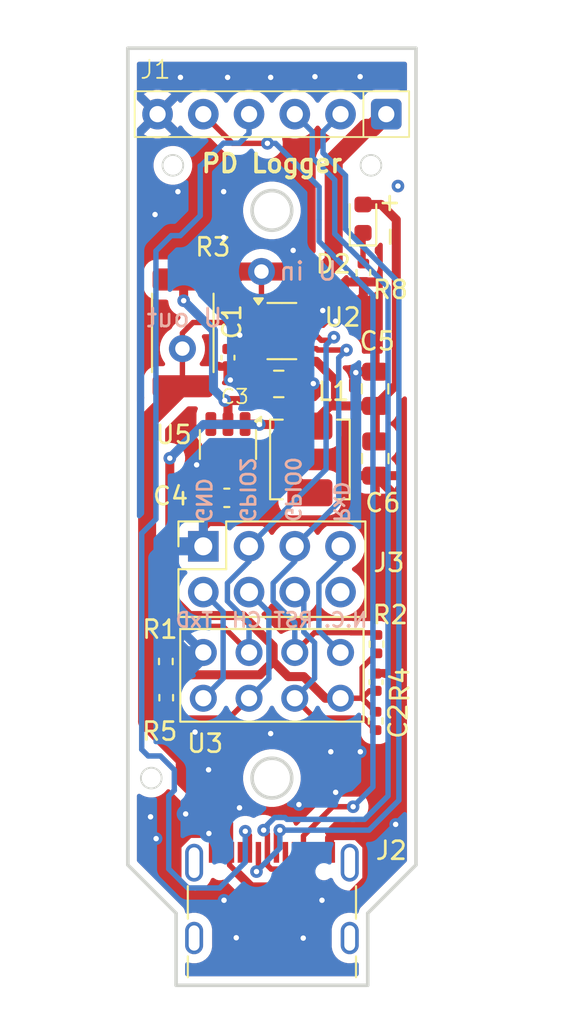
<source format=kicad_pcb>
(kicad_pcb (version 20241229) (generator "pcbnew") (generator_version "9.0")
  (layers (0 "F.Cu" signal) (2 "B.Cu" signal) (13 "F.Paste" user) (15 "B.Paste" user) (5 "F.SilkS" user "F.Silkscreen") (7 "B.SilkS" user "B.Silkscreen") (1 "F.Mask" user) (3 "B.Mask" user) (25 "Edge.Cuts" user))
  (net 0 "")
  (net 1 "GND")
  (net 2 "ESP_GPIO0")
  (net 3 "ESP_TxD")
  (net 4 "+3.3V")
  (net 5 "ESP_GPIO2")
  (net 6 "ESP_CH_PD")
  (net 7 "ESP_RST")
  (net 8 "ESP_RxD")
  (net 10 "VIN")
  (net 11 "/MCU/SW")
  (net 12 "/MCU/BW")
  (net 13 "VBUS")
  (net 15 "CC2")
  (net 16 "CC1")
  (net 19 "USB_D+")
  (net 20 "USB_D-")
  (net 24 "/MCU/PWR_LED_C")
  (footprint "Capacitor_SMD:C_0402_1005Metric" (layer "F.Cu") (at 155.78 88.18 90)
    (property "Reference" "C2" (at -2.16 1.23 270) (layer "F.SilkS"))
    (property "Value" "100 nF")
    (pad "1" smd roundrect (at -0.48 0 90) (size 0.56 0.62) (layers "F.Cu" "F.Mask" "F.Paste") (net 4 "+3.3V"))
    (pad "2" smd roundrect (at 0.48 0 90) (size 0.56 0.62) (layers "F.Cu" "F.Mask" "F.Paste") (net 1 "GND"))
  )
  (footprint "Resistor_SMD:R_0402_1005Metric" (layer "F.Cu") (at 155.76 90.33 90)
    (property "Reference" "R4" (at 2.01 1.35 270) (layer "F.SilkS"))
    (property "Value" "10k")
    (pad "1" smd roundrect (at -0.51 0 90) (size 0.54 0.64) (layers "F.Cu" "F.Mask" "F.Paste") (net 7 "ESP_RST"))
    (pad "2" smd roundrect (at 0.51 0 90) (size 0.54 0.64) (layers "F.Cu" "F.Mask" "F.Paste") (net 4 "+3.3V"))
  )
  (footprint "my_footprints:ESP-01" (layer "F.Cu") (at 150 87.8)
    (property "Reference" "U3" (at -3.71 3.78 0) (layer "F.SilkS"))
    (property "Value" "ESP01s")
    (pad "1" thru_hole circle (at -3.81 -1.27) (size 1.5 1.5) (drill 0.9) (layers "*.Cu" "*.Mask") (net 1 "GND"))
    (pad "2" thru_hole circle (at -1.27 -1.27) (size 1.5 1.5) (drill 0.9) (layers "*.Cu" "*.Mask") (net 5 "ESP_GPIO2"))
    (pad "3" thru_hole circle (at 1.27 -1.27) (size 1.5 1.5) (drill 0.9) (layers "*.Cu" "*.Mask") (net 2 "ESP_GPIO0"))
    (pad "4" thru_hole circle (at 3.81 -1.27) (size 1.5 1.5) (drill 0.9) (layers "*.Cu" "*.Mask") (net 8 "ESP_RxD"))
    (pad "5" thru_hole circle (at -3.81 1.27) (size 1.5 1.5) (drill 0.9) (layers "*.Cu" "*.Mask") (net 3 "ESP_TxD"))
    (pad "6" thru_hole circle (at -1.27 1.27) (size 1.5 1.5) (drill 0.9) (layers "*.Cu" "*.Mask") (net 6 "ESP_CH_PD"))
    (pad "7" thru_hole circle (at 1.27 1.27) (size 1.5 1.5) (drill 0.9) (layers "*.Cu" "*.Mask") (net 7 "ESP_RST"))
    (pad "8" thru_hole circle (at 3.81 1.27) (size 1.5 1.5) (drill 0.9) (layers "*.Cu" "*.Mask") (net 4 "+3.3V"))
  )
  (footprint "Resistor_SMD:R_0402_1005Metric" (layer "F.Cu") (at 155.08 65.46 -90)
    (property "Reference" "R8" (at 0.94 -1.5 0) (layer "F.SilkS"))
    (property "Value" "1k")
    (pad "1" smd roundrect (at -0.51 0 270) (size 0.54 0.64) (layers "F.Cu" "F.Mask" "F.Paste") (net 24 "/MCU/PWR_LED_C"))
    (pad "2" smd roundrect (at 0.51 0 270) (size 0.54 0.64) (layers "F.Cu" "F.Mask" "F.Paste") (net 1 "GND"))
  )
  (footprint "my_footprints:USB_C_Receptacle" (layer "F.Cu") (at 150 101.3)
    (property "Reference" "J2" (at 6.63 -3.78 0) (layer "F.SilkS"))
    (property "Value" "USB_C_Receptacle_USB2.0_16P")
    (pad "" np_thru_hole circle (at -2.89 -2.605) (size 0.65 0.65) (drill 0.65) (layers "*.Cu" "*.Mask"))
    (pad "" np_thru_hole circle (at 2.89 -2.605) (size 0.65 0.65) (drill 0.65) (layers "*.Cu" "*.Mask"))
    (pad "A1" smd rect (at -3.2 -3.68) (size 0.6 1.15) (layers "F.Cu" "F.Mask" "F.Paste") (net 1 "GND"))
    (pad "A4" smd rect (at -2.4 -3.68) (size 0.6 1.15) (layers "F.Cu" "F.Mask" "F.Paste") (net 13 "VBUS"))
    (pad "A5" smd rect (at -1.25 -3.68) (size 0.3 1.15) (layers "F.Cu" "F.Mask" "F.Paste") (net 16 "CC1"))
    (pad "A6" smd rect (at -0.25 -3.68) (size 0.3 1.15) (layers "F.Cu" "F.Mask" "F.Paste") (net 19 "USB_D+"))
    (pad "A7" smd rect (at 0.25 -3.68) (size 0.3 1.15) (layers "F.Cu" "F.Mask" "F.Paste") (net 20 "USB_D-"))
    (pad "A8" smd rect (at 1.25 -3.68) (size 0.3 1.15) (layers "F.Cu" "F.Mask" "F.Paste"))
    (pad "A9" smd rect (at 2.4 -3.68) (size 0.6 1.15) (layers "F.Cu" "F.Mask" "F.Paste") (net 13 "VBUS"))
    (pad "A12" smd rect (at 3.2 -3.68) (size 0.6 1.15) (layers "F.Cu" "F.Mask" "F.Paste") (net 1 "GND"))
    (pad "B1" smd rect (at 3.2 -3.68) (size 0.6 1.15) (layers "F.Cu" "F.Mask" "F.Paste") (net 1 "GND"))
    (pad "B4" smd rect (at 2.4 -3.68) (size 0.6 1.15) (layers "F.Cu" "F.Mask" "F.Paste") (net 13 "VBUS"))
    (pad "B5" smd rect (at 1.75 -3.68) (size 0.3 1.15) (layers "F.Cu" "F.Mask" "F.Paste") (net 15 "CC2"))
    (pad "B6" smd rect (at 0.75 -3.68) (size 0.3 1.15) (layers "F.Cu" "F.Mask" "F.Paste") (net 19 "USB_D+"))
    (pad "B7" smd rect (at -0.75 -3.68) (size 0.3 1.15) (layers "F.Cu" "F.Mask" "F.Paste") (net 20 "USB_D-"))
    (pad "B8" smd rect (at -1.75 -3.68) (size 0.3 1.15) (layers "F.Cu" "F.Mask" "F.Paste"))
    (pad "B9" smd rect (at -2.4 -3.68) (size 0.6 1.15) (layers "F.Cu" "F.Mask" "F.Paste") (net 13 "VBUS"))
    (pad "B12" smd rect (at -3.2 -3.68) (size 0.6 1.15) (layers "F.Cu" "F.Mask" "F.Paste") (net 1 "GND"))
    (pad "S1" thru_hole oval (at -4.32 -3.105) (size 1 2.1) (drill oval 0.6 1.7) (layers "*.Cu" "*.Mask" "F.Paste"))
    (pad "S1" thru_hole oval (at -4.32 1.075) (size 1 1.8) (drill oval 0.6 1.4) (layers "*.Cu" "*.Mask" "F.Paste"))
    (pad "S1" thru_hole oval (at 4.32 -3.105) (size 1 2.1) (drill oval 0.6 1.7) (layers "*.Cu" "*.Mask" "F.Paste"))
    (pad "S1" thru_hole oval (at 4.32 1.075) (size 1 1.8) (drill oval 0.6 1.4) (layers "*.Cu" "*.Mask" "F.Paste"))
  )
  (footprint "Capacitor_SMD:C_0402_1005Metric" (layer "F.Cu") (at 147.56 70.17 -90)
    (property "Reference" "C1" (at -1.99 -0.22 270) (layer "F.SilkS"))
    (property "Value" "100 nF")
    (pad "1" smd roundrect (at -0.48 0 270) (size 0.56 0.62) (layers "F.Cu" "F.Mask" "F.Paste") (net 4 "+3.3V"))
    (pad "2" smd roundrect (at 0.48 0 270) (size 0.56 0.62) (layers "F.Cu" "F.Mask" "F.Paste") (net 1 "GND"))
  )
  (footprint "my_footprints:header_90degree_01x06_back" (layer "F.Cu") (at 150 56.66 -90)
    (property "Reference" "J1" (at -2.47 6.47 0) (layer "F.SilkS") (effects (font (thickness 0.1))))
    (property "Value" "Conn_01x06_Pin")
    (pad "1" thru_hole roundrect (at 0 -6.35 270) (size 1.7 1.7) (drill 0.9) (layers "*.Cu" "F.Mask" "F.Paste") (roundrect_rratio 0.1666666667) (net 10 "VIN"))
    (pad "2" thru_hole circle (at 0 -3.81 270) (size 1.7 1.7) (drill 0.9) (layers "*.Cu" "F.Mask" "F.Paste") (net 20 "USB_D-"))
    (pad "3" thru_hole circle (at 0 -1.27 270) (size 1.7 1.7) (drill 0.9) (layers "*.Cu" "F.Mask" "F.Paste") (net 19 "USB_D+"))
    (pad "4" thru_hole circle (at 0 1.27 270) (size 1.7 1.7) (drill 0.9) (layers "*.Cu" "F.Mask" "F.Paste") (net 16 "CC1"))
    (pad "5" thru_hole circle (at 0 3.81 270) (size 1.7 1.7) (drill 0.9) (layers "*.Cu" "F.Mask" "F.Paste") (net 15 "CC2"))
    (pad "6" thru_hole circle (at 0 6.35 270) (size 1.7 1.7) (drill 0.9) (layers "*.Cu" "F.Mask" "F.Paste") (net 1 "GND"))
  )
  (footprint "my_footprints:JLC_tooling_hole" (layer "F.Cu") (at 144.5 59.5)
    (property "Reference" "U7" (hide yes))
    (property "Value" "~")
    (fp_circle (center 0 0) (end 0.576 0) (stroke (width 0.1)) (fill no) (layer "Edge.Cuts"))
  )
  (footprint "my_footprints:Header_ESP01" (layer "F.Cu") (at 150 81.91)
    (property "Reference" "J3" (at 6.5 -0.36 0) (layer "F.SilkS"))
    (property "Value" "ESP_programming")
    (pad "1" thru_hole rect (at -3.81 -1.27 270) (size 1.7 1.7) (drill 1) (layers "*.Cu" "*.Mask") (net 1 "GND"))
    (pad "2" thru_hole circle (at -1.27 -1.27 270) (size 1.7 1.7) (drill 1) (layers "*.Cu" "*.Mask") (net 5 "ESP_GPIO2"))
    (pad "3" thru_hole circle (at 1.27 -1.27 270) (size 1.7 1.7) (drill 1) (layers "*.Cu" "*.Mask") (net 2 "ESP_GPIO0"))
    (pad "4" thru_hole circle (at 3.81 -1.27 270) (size 1.7 1.7) (drill 1) (layers "*.Cu" "*.Mask") (net 8 "ESP_RxD"))
    (pad "5" thru_hole circle (at -3.81 1.27 270) (size 1.7 1.7) (drill 1) (layers "*.Cu" "*.Mask") (net 3 "ESP_TxD"))
    (pad "6" thru_hole circle (at -1.27 1.27 270) (size 1.7 1.7) (drill 1) (layers "*.Cu" "*.Mask") (net 6 "ESP_CH_PD"))
    (pad "7" thru_hole circle (at 1.27 1.27 270) (size 1.7 1.7) (drill 1) (layers "*.Cu" "*.Mask") (net 7 "ESP_RST"))
    (pad "8" thru_hole circle (at 3.81 1.27 270) (size 1.7 1.7) (drill 1) (layers "*.Cu" "*.Mask"))
  )
  (footprint "Capacitor_SMD:C_0805_2012Metric" (layer "F.Cu") (at 150.38 71.63)
    (property "Reference" "C3" (at -2.44 0.7 0) (layer "F.SilkS") (effects (font (size 0.8 0.8) (thickness 0.1))))
    (property "Value" "10µ")
    (pad "1" smd roundrect (at -0.95 0) (size 1 1.45) (layers "F.Cu" "F.Mask" "F.Paste") (net 10 "VIN"))
    (pad "2" smd roundrect (at 0.95 0) (size 1 1.45) (layers "F.Cu" "F.Mask" "F.Paste") (net 1 "GND"))
  )
  (footprint "Capacitor_SMD:C_0805_2012Metric" (layer "F.Cu") (at 155.73 71.9 90)
    (property "Reference" "C5" (at 2.64 0.12 180) (layer "F.SilkS"))
    (property "Value" "22µ")
    (pad "1" smd roundrect (at -0.95 0 90) (size 1 1.45) (layers "F.Cu" "F.Mask" "F.Paste") (net 4 "+3.3V"))
    (pad "2" smd roundrect (at 0.95 0 90) (size 1 1.45) (layers "F.Cu" "F.Mask" "F.Paste") (net 1 "GND"))
  )
  (footprint "Capacitor_SMD:C_0603_1608Metric" (layer "F.Cu") (at 147.495 77.95 180)
    (property "Reference" "C4" (at 3.125 0.1 0) (layer "F.SilkS"))
    (property "Value" "100n")
    (pad "1" smd roundrect (at -0.775 0 180) (size 0.9 0.95) (layers "F.Cu" "F.Mask" "F.Paste") (net 12 "/MCU/BW"))
    (pad "2" smd roundrect (at 0.775 0 180) (size 0.9 0.95) (layers "F.Cu" "F.Mask" "F.Paste") (net 11 "/MCU/SW"))
  )
  (footprint "my_footprints:JLC_tooling_hole" (layer "F.Cu") (at 155.5 59.5)
    (property "Reference" "U8" (hide yes))
    (property "Value" "~")
    (fp_circle (center 0 0) (end 0.576 0) (stroke (width 0.1)) (fill no) (layer "Edge.Cuts"))
  )
  (footprint "Package_TO_SOT_SMD:TSOT-23-6" (layer "F.Cu") (at 147.56 74.9925 -90)
    (property "Reference" "U5" (at -0.5425 3.01 180) (layer "F.SilkS"))
    (property "Value" "AP63203WU")
    (pad "1" smd roundrect (at -1.1375 -0.95 270) (size 1.325 0.6) (layers "F.Cu" "F.Mask" "F.Paste") (net 4 "+3.3V"))
    (pad "2" smd roundrect (at -1.1375 0 270) (size 1.325 0.6) (layers "F.Cu" "F.Mask" "F.Paste") (net 10 "VIN"))
    (pad "3" smd roundrect (at -1.1375 0.95 270) (size 1.325 0.6) (layers "F.Cu" "F.Mask" "F.Paste") (net 10 "VIN"))
    (pad "4" smd roundrect (at 1.1375 0.95 270) (size 1.325 0.6) (layers "F.Cu" "F.Mask" "F.Paste") (net 1 "GND"))
    (pad "5" smd roundrect (at 1.1375 0 270) (size 1.325 0.6) (layers "F.Cu" "F.Mask" "F.Paste") (net 11 "/MCU/SW"))
    (pad "6" smd roundrect (at 1.1375 -0.95 270) (size 1.325 0.6) (layers "F.Cu" "F.Mask" "F.Paste") (net 12 "/MCU/BW"))
  )
  (footprint "Inductor_SMD:L_APV_APH0420" (layer "F.Cu") (at 152.11 75.82 90)
    (property "Reference" "L1" (at 3.77 1.31 180) (layer "F.SilkS"))
    (property "Value" "4µ7")
    (pad "1" smd roundrect (at -1.85 0 90) (size 1.5 2.5) (layers "F.Cu" "F.Mask" "F.Paste") (roundrect_rratio 0.166667) (net 11 "/MCU/SW"))
    (pad "2" smd roundrect (at 1.85 0 90) (size 1.5 2.5) (layers "F.Cu" "F.Mask" "F.Paste") (roundrect_rratio 0.166667) (net 4 "+3.3V"))
  )
  (footprint "Capacitor_SMD:C_0805_2012Metric" (layer "F.Cu") (at 155.74 75.77 -90)
    (property "Reference" "C6" (at 2.46 -0.42 180) (layer "F.SilkS"))
    (property "Value" "22µ")
    (pad "1" smd roundrect (at -0.95 0 270) (size 1 1.45) (layers "F.Cu" "F.Mask" "F.Paste") (net 4 "+3.3V"))
    (pad "2" smd roundrect (at 0.95 0 270) (size 1 1.45) (layers "F.Cu" "F.Mask" "F.Paste") (net 1 "GND"))
  )
  (footprint "Resistor_SMD:R_0402_1005Metric" (layer "F.Cu") (at 144.11 87.03 -90)
    (property "Reference" "R1" (at -1.78 0.33 180) (layer "F.SilkS"))
    (property "Value" "10k")
    (pad "1" smd roundrect (at -0.51 0 270) (size 0.54 0.64) (layers "F.Cu" "F.Mask" "F.Paste") (net 5 "ESP_GPIO2"))
    (pad "2" smd roundrect (at 0.51 0 270) (size 0.54 0.64) (layers "F.Cu" "F.Mask" "F.Paste") (net 4 "+3.3V"))
  )
  (footprint "my_footprints:JLC_tooling_hole" (layer "F.Cu") (at 143.3 93.5)
    (property "Reference" "U6" (hide yes))
    (property "Value" "~")
    (fp_circle (center 0 0) (end 0.576 0) (stroke (width 0.1)) (fill no) (layer "Edge.Cuts"))
  )
  (footprint "LED_SMD:LED_0603_1608Metric" (layer "F.Cu") (at 155.06 62.46 90)
    (property "Reference" "D2" (at -2.52 -1.65 0) (layer "F.SilkS"))
    (property "Value" "red")
    (pad "1" smd roundrect (at -0.7875 0 90) (size 0.875 0.95) (layers "F.Cu" "F.Mask" "F.Paste") (net 24 "/MCU/PWR_LED_C"))
    (pad "2" smd roundrect (at 0.7875 0 90) (size 0.875 0.95) (layers "F.Cu" "F.Mask" "F.Paste") (net 4 "+3.3V"))
  )
  (footprint "Resistor_SMD:R_0402_1005Metric" (layer "F.Cu") (at 155.81 86.07 -90)
    (property "Reference" "R2" (at -1.63 -0.76 180) (layer "F.SilkS"))
    (property "Value" "10k")
    (pad "1" smd roundrect (at -0.51 0 270) (size 0.54 0.64) (layers "F.Cu" "F.Mask" "F.Paste") (net 2 "ESP_GPIO0"))
    (pad "2" smd roundrect (at 0.51 0 270) (size 0.54 0.64) (layers "F.Cu" "F.Mask" "F.Paste") (net 4 "+3.3V"))
  )
  (footprint "Resistor_SMD:R_0402_1005Metric" (layer "F.Cu") (at 144.13 89.04 90)
    (property "Reference" "R5" (at -1.87 -0.36 0) (layer "F.SilkS"))
    (property "Value" "10k")
    (pad "1" smd roundrect (at -0.51 0 90) (size 0.54 0.64) (layers "F.Cu" "F.Mask" "F.Paste") (net 6 "ESP_CH_PD"))
    (pad "2" smd roundrect (at 0.51 0 90) (size 0.54 0.64) (layers "F.Cu" "F.Mask" "F.Paste") (net 4 "+3.3V"))
  )
  (footprint "Package_TO_SOT_SMD:SOT-23-8" (layer "F.Cu") (at 150.552838 68.696471)
    (property "Reference" "U2" (at 3.368581 -0.76789 0) (layer "F.SilkS"))
    (property "Value" "INA219AxDCN")
    (pad "1" smd roundrect (at -1.1375 -0.975) (size 1.325 0.5) (layers "F.Cu" "F.Mask" "F.Paste") (net 10 "VIN"))
    (pad "2" smd roundrect (at -1.1375 -0.325) (size 1.325 0.5) (layers "F.Cu" "F.Mask" "F.Paste") (net 13 "VBUS"))
    (pad "3" smd roundrect (at -1.1375 0.325) (size 1.325 0.5) (layers "F.Cu" "F.Mask" "F.Paste") (net 1 "GND"))
    (pad "4" smd roundrect (at -1.1375 0.975) (size 1.325 0.5) (layers "F.Cu" "F.Mask" "F.Paste") (net 4 "+3.3V"))
    (pad "5" smd roundrect (at 1.1375 0.975) (size 1.325 0.5) (layers "F.Cu" "F.Mask" "F.Paste") (net 2 "ESP_GPIO0"))
    (pad "6" smd roundrect (at 1.1375 0.325) (size 1.325 0.5) (layers "F.Cu" "F.Mask" "F.Paste") (net 5 "ESP_GPIO2"))
    (pad "7" smd roundrect (at 1.1375 -0.325) (size 1.325 0.5) (layers "F.Cu" "F.Mask" "F.Paste") (net 1 "GND"))
    (pad "8" smd roundrect (at 1.1375 -0.975) (size 1.325 0.5) (layers "F.Cu" "F.Mask" "F.Paste") (net 1 "GND"))
  )
  (footprint "Resistor_SMD:R_2512_6332Metric" (layer "F.Cu") (at 145.05 68.7975 -90)
    (property "Reference" "R3" (at -4.7575 -1.67 180) (layer "F.SilkS"))
    (property "Value" "50 mOhm")
    (pad "1" smd roundrect (at -2.9625 0 270) (size 1.225 3.35) (layers "F.Cu" "F.Mask" "F.Paste") (roundrect_rratio 0.204082) (net 10 "VIN"))
    (pad "2" smd roundrect (at 2.9625 0 270) (size 1.225 3.35) (layers "F.Cu" "F.Mask" "F.Paste") (roundrect_rratio 0.204082) (net 13 "VBUS"))
  )
  (footprint "my_footprints:1pin" (layer "F.Cu") (at 145.121 69.488)
    (property "Reference" "U4" (hide yes))
    (property "Value" "~")
    (pad "1" thru_hole circle (at -0.091 0.182) (size 1.5 1.5) (drill 0.8) (layers "*.Cu" "*.Mask") (net 13 "VBUS"))
  )
  (footprint "my_footprints:1pin" (layer "F.Cu") (at 149.51 65.21)
    (property "Reference" "U1" (hide yes))
    (property "Value" "~")
    (pad "1" thru_hole circle (at -0.091 0.182) (size 1.5 1.5) (drill 0.8) (layers "*.Cu" "*.Mask") (net 10 "VIN"))
  )
  (gr_line (start 155.32 105) (end 155.32 101) (stroke (width 0.2)) (layer "Edge.Cuts"))
  (gr_line (start 144.68 105) (end 144.68 101) (stroke (width 0.2)) (layer "Edge.Cuts"))
  (gr_line (start 142 53) (end 158 53) (stroke (width 0.2)) (layer "Edge.Cuts"))
  (gr_circle (center 150 62) (end 151.1 62) (stroke (width 0.2)) (fill no) (layer "Edge.Cuts"))
  (gr_line (start 158 53) (end 158 98.32) (stroke (width 0.2)) (layer "Edge.Cuts"))
  (gr_line (start 155.32 101) (end 158 98.32) (stroke (width 0.2)) (layer "Edge.Cuts"))
  (gr_circle (center 150 93.5) (end 151.1 93.5) (stroke (width 0.2)) (fill no) (layer "Edge.Cuts"))
  (gr_line (start 142 53) (end 142 98.32) (stroke (width 0.2)) (layer "Edge.Cuts"))
  (gr_line (start 144.68 101) (end 142 98.32) (stroke (width 0.2)) (layer "Edge.Cuts"))
  (gr_line (start 144.68 105) (end 155.32 105) (stroke (width 0.2)) (layer "Edge.Cuts"))
  (gr_text "+" (at 157.26 61.08 180) (layer "F.SilkS") (effects (font (size 1 1)) (justify left bottom)))
  (gr_text "PD Logger" (at 150 59.98 0) (layer "F.SilkS") (effects (font (size 1 1) (thickness 0.2) (bold yes)) (justify bottom)))
  (gr_text "-" (at 157.08 64.18 90) (layer "F.SilkS") (effects (font (size 1 1)) (justify left bottom)))
  (gr_text "CH" (at 149.52 85.2 0) (layer "B.SilkS") (effects (font (size 0.8 0.8)) (justify left bottom mirror)))
  (gr_text "N.C." (at 155.39 85.2 0) (layer "B.SilkS") (effects (font (size 0.8 0.8)) (justify left bottom mirror)))
  (gr_text "GND" (at 145.73 79.4 270) (layer "B.SilkS") (effects (font (size 0.8 0.8)) (justify left bottom mirror)))
  (gr_text "RST" (at 152.37 85.2 0) (layer "B.SilkS") (effects (font (size 0.8 0.8)) (justify left bottom mirror)))
  (gr_text "U out" (at 147.34 68.55 0) (layer "B.SilkS") (effects (font (size 1 1)) (justify left bottom mirror)))
  (gr_text "GPIO2" (at 148.16 79.4 270) (layer "B.SilkS") (effects (font (size 0.8 0.8)) (justify left bottom mirror)))
  (gr_text "RxD" (at 153.37 79.4 270) (layer "B.SilkS") (effects (font (size 0.8 0.8)) (justify left bottom mirror)))
  (gr_text "U in" (at 153.7 65.96 0) (layer "B.SilkS") (effects (font (size 1 1)) (justify left bottom mirror)))
  (gr_text "GPIO0" (at 150.68 79.38 270) (layer "B.SilkS") (effects (font (size 0.8 0.8)) (justify left bottom mirror)))
  (gr_text "TxD" (at 146.81 85.2 0) (layer "B.SilkS") (effects (font (size 0.8 0.8)) (justify left bottom mirror)))
  (via (at 157 60.65) (size 0.7) (drill 0.3) (layers "F.Cu" "B.Cu") (net 0))
  (segment (start 149.93 91.03) (end 151.64 91.03) (width 0.5) (layer "F.Cu") (net 1))
  (segment (start 156.581 87.71) (end 156.581 89.1) (width 0.5) (layer "F.Cu") (net 1))
  (segment (start 156.850918 92.25) (end 156.870918 92.23) (width 0.3) (layer "F.Cu") (net 1))
  (segment (start 146.8 97.62) (end 146.8 97.09) (width 0.5) (layer "F.Cu") (net 1))
  (segment (start 153.55 94.28) (end 153.54 94.29) (width 0.5) (layer "F.Cu") (net 1))
  (segment (start 146.61 76.13) (end 145.83 76.13) (width 0.5) (layer "F.Cu") (net 1))
  (segment (start 150.867838 67.721471) (end 150.552838 68.036471) (width 0.3) (layer "F.Cu") (net 1))
  (segment (start 147.56 71.28) (end 147.69 71.41) (width 0.3) (layer "F.Cu") (net 1))
  (segment (start 144.729 99.138917) (end 145.870083 100.28) (width 0.5) (layer "F.Cu") (net 1))
  (segment (start 146.5 96.572) (end 145.408083 96.572) (width 0.5) (layer "F.Cu") (net 1))
  (segment (start 150.227838 69.021471) (end 150.552838 68.696471) (width 0.3) (layer "F.Cu") (net 1))
  (segment (start 146.19 79.56) (end 146.48 79.27) (width 0.5) (layer "F.Cu") (net 1))
  (segment (start 147.56 70.65) (end 147.56 71.28) (width 0.3) (layer "F.Cu") (net 1))
  (segment (start 155.271 99.138917) (end 155.271 97.251083) (width 0.5) (layer "F.Cu") (net 1))
  (segment (start 145.21 95.49) (end 143.42 95.49) (width 1) (layer "F.Cu") (net 1))
  (segment (start 143.42 95.49) (end 143.26 95.65) (width 1) (layer "F.Cu") (net 1))
  (segment (start 146.482 93.04) (end 146.482 93.432) (width 0.5) (layer "F.Cu") (net 1))
  (segment (start 148.314207 69.021471) (end 148.215207 68.922471) (width 0.3) (layer "F.Cu") (net 1))
  (segment (start 156.870918 92.23) (end 156.870918 95.220918) (width 0.5) (layer "F.Cu") (net 1))
  (segment (start 156.581 77.561) (end 155.74 76.72) (width 0.5) (layer "F.Cu") (net 1))
  (segment (start 152.51 94.29) (end 152.18 94.29) (width 0.5) (layer "F.Cu") (net 1))
  (segment (start 156.581 80.22) (end 156.581 87.71) (width 0.5) (layer "F.Cu") (net 1))
  (segment (start 144.729 97.251083) (end 143.961083 97.251083) (width 0.5) (layer "F.Cu") (net 1))
  (segment (start 152.78 100.28) (end 154.129917 100.28) (width 0.5) (layer "F.Cu") (net 1))
  (segment (start 152.657838 67.721471) (end 152.822838 67.556471) (width 0.3) (layer "F.Cu") (net 1))
  (segment (start 153.54 94.29) (end 152.51 94.29) (width 0.5) (layer "F.Cu") (net 1))
  (segment (start 155.93 94.28) (end 156.870918 95.220918) (width 0.5) (layer "F.Cu") (net 1))
  (segment (start 146.482 93.432) (end 148.2 95.15) (width 0.5) (layer "F.Cu") (net 1))
  (segment (start 145.83 76.13) (end 145.82 76.12) (width 0.5) (layer "F.Cu") (net 1))
  (segment (start 151.690338 68.371471) (end 152.837838 68.371471) (width 0.3) (layer "F.Cu") (net 1))
  (segment (start 155.08 65.97) (end 155.08 66.601122) (width 0.3) (layer "F.Cu") (net 1))
  (segment (start 156.870918 91.97) (end 154.98 91.97) (width 0.5) (layer "F.Cu") (net 1))
  (segment (start 146.8 97.09) (end 146.8 96.872) (width 0.5) (layer "F.Cu") (net 1))
  (segment (start 156.870918 95.220918) (end 156.870918 96.07) (width 0.5) (layer "F.Cu") (net 1))
  (segment (start 148.492 91.03) (end 146.482 93.04) (width 0.5) (layer "F.Cu") (net 1))
  (segment (start 149.415338 69.021471) (end 148.314207 69.021471) (width 0.3) (layer "F.Cu") (net 1))
  (segment (start 150.552838 68.036471) (end 150.887838 68.371471) (width 0.3) (layer "F.Cu") (net 1))
  (segment (start 156.615383 97.79681) (end 156.613107 97.79681) (width 0.5) (layer "F.Cu") (net 1))
  (segment (start 156.870918 97.541275) (end 156.615383 97.79681) (width 0.5) (layer "F.Cu") (net 1))
  (segment (start 152.837838 68.371471) (end 152.842838 68.366471) (width 0.3) (layer "F.Cu") (net 1))
  (segment (start 155.78 87.7) (end 156.571 87.7) (width 0.3) (layer "F.Cu") (net 1))
  (segment (start 149.93 91.03) (end 148.492 91.03) (width 0.5) (layer "F.Cu") (net 1))
  (segment (start 156.870918 96.07) (end 156.870918 97.387008) (width 0.5) (layer "F.Cu") (net 1))
  (segment (start 154.839958 99.569958) (end 154.713917 99.696) (width 0.5) (layer "F.Cu") (net 1))
  (segment (start 149.415338 69.021471) (end 150.227838 69.021471) (width 0.3) (layer "F.Cu") (net 1))
  (segment (start 152.65 92.04) (end 153.27 92.04) (width 0.5) (layer "F.Cu") (net 1))
  (segment (start 145.408083 96.572) (end 144.729 97.251083) (width 0.5) (layer "F.Cu") (net 1))
  (segment (start 144.729 97.251083) (end 144.729 99.138917) (width 0.5) (layer "F.Cu") (net 1))
  (segment (start 153.27 92.04) (end 154.91 92.04) (width 0.5) (layer "F.Cu") (net 1))
  (segment (start 153.065614 68.143695) (end 153.537427 68.143695) (width 0.3) (layer "F.Cu") (net 1))
  (segment (start 146.19 80.64) (end 146.19 79.56) (width 0.5) (layer "F.Cu") (net 1))
  (segment (start 154.129917 100.28) (end 154.839958 99.569958) (width 0.5) (layer "F.Cu") (net 1))
  (segment (start 146.48 79.27) (end 155.631 79.27) (width 0.5) (layer "F.Cu") (net 1))
  (segment (start 151.690338 68.371471) (end 151.690338 67.721471) (width 0.3) (layer "F.Cu") (net 1))
  (segment (start 143.961083 97.251083) (end 143.57 96.86) (width 0.5) (layer "F.Cu") (net 1))
  (segment (start 155.631 79.27) (end 156.581 80.22) (width 0.5) (layer "F.Cu") (net 1))
  (segment (start 152.18 94.29) (end 151.5 94.97) (width 0.5) (layer "F.Cu") (net 1))
  (segment (start 151.33 71.63) (end 152.28 71.63) (width 0.5) (layer "F.Cu") (net 1))
  (segment (start 145.870083 100.28) (end 147.34 100.28) (width 0.5) (layer "F.Cu") (net 1))
  (segment (start 154.71 70.95) (end 154.66 71) (width 0.5) (layer "F.Cu") (net 1))
  (segment (start 154.713917 96.694) (end 153.336 96.694) (width 0.5) (layer "F.Cu") (net 1))
  (segment (start 155.73 70.95) (end 154.71 70.95) (width 0.5) (layer "F.Cu") (net 1))
  (segment (start 151.690338 67.721471) (end 152.657838 67.721471) (width 0.3) (layer "F.Cu") (net 1))
  (segment (start 153.336 96.694) (end 153.2 96.83) (width 0.5) (layer "F.Cu") (net 1))
  (segment (start 156.613107 97.79681) (end 155.271 99.138917) (width 0.5) (layer "F.Cu") (net 1))
  (segment (start 154.839958 99.569958) (end 155.271 99.138917) (width 0.5) (layer "F.Cu") (net 1))
  (segment (start 147.34 100.28) (end 152.78 100.28) (width 0.5) (layer "F.Cu") (net 1))
  (segment (start 151.690338 67.721471) (end 150.867838 67.721471) (width 0.3) (layer "F.Cu") (net 1))
  (segment (start 156.581 80.22) (end 156.581 77.561) (width 0.5) (layer "F.Cu") (net 1))
  (segment (start 153.2 97.62) (end 153.2 96.83) (width 0.5) (layer "F.Cu") (net 1))
  (segment (start 156.571 87.7) (end 156.581 87.71) (width 0.3) (layer "F.Cu") (net 1))
  (segment (start 156.581 89.1) (end 156.870918 89.389918) (width 0.5) (layer "F.Cu") (net 1))
  (segment (start 156.870918 91.97) (end 156.870918 92.23) (width 0.5) (layer "F.Cu") (net 1))
  (segment (start 152.842838 68.366471) (end 153.065614 68.143695) (width 0.3) (layer "F.Cu") (net 1))
  (segment (start 150.552838 68.696471) (end 150.552838 68.036471) (width 0.3) (layer "F.Cu") (net 1))
  (segment (start 155.93 94.28) (end 153.55 94.28) (width 0.5) (layer "F.Cu") (net 1))
  (segment (start 155.271 97.251083) (end 154.713917 96.694) (width 0.5) (layer "F.Cu") (net 1))
  (segment (start 154.98 91.97) (end 154.91 92.04) (width 0.5) (layer "F.Cu") (net 1))
  (segment (start 156.870918 89.389918) (end 156.870918 91.97) (width 0.5) (layer "F.Cu") (net 1))
  (segment (start 150.887838 68.371471) (end 151.690338 68.371471) (width 0.3) (layer "F.Cu") (net 1))
  (segment (start 151.49 71.49) (end 151.51 71.47) (width 0.5) (layer "F.Cu") (net 1))
  (segment (start 155.08 66.601122) (end 153.537427 68.143695) (width 0.3) (layer "F.Cu") (net 1))
  (segment (start 146.8 96.872) (end 146.5 96.572) (width 0.5) (layer "F.Cu") (net 1))
  (segment (start 151.64 91.03) (end 152.65 92.04) (width 0.5) (layer "F.Cu") (net 1))
  (via (at 145.21 95.49) (size 0.7) (drill 0.3) (layers "F.Cu" "B.Cu") (net 1))
  (via (at 152.39 54.58) (size 0.7) (drill 0.3) (layers "F.Cu" "B.Cu") (net 1))
  (via (at 151.74 102.38) (size 0.7) (drill 0.3) (layers "F.Cu" "B.Cu") (net 1))
  (via (at 143.57 96.86) (size 0.7) (drill 0.3) (layers "F.Cu" "B.Cu") (net 1))
  (via (at 149.93 54.62) (size 0.7) (drill 0.3) (layers "F.Cu" "B.Cu") (net 1))
  (via (at 154.9 54.58) (size 0.7) (drill 0.3) (layers "F.Cu" "B.Cu") (net 1))
  (via (at 151.5 94.97) (size 0.7) (drill 0.3) (layers "F.Cu" "B.Cu") (net 1))
  (via (at 148.215207 68.922471) (size 0.7) (drill 0.3) (layers "F.Cu" "B.Cu") (net 1))
  (via (at 153.54 94.29) (size 0.7) (drill 0.3) (layers "F.Cu" "B.Cu") (net 1))
  (via (at 145.73 90.95) (size 0.7) (drill 0.3) (layers "F.Cu" "B.Cu") (net 1))
  (via (at 151.18 64.22) (size 0.7) (drill 0.3) (layers "F.Cu" "B.Cu") (net 1))
  (via (at 147.34 100.28) (size 0.7) (drill 0.3) (layers "F.Cu" "B.Cu") (net 1))
  (via (at 152.78 100.28) (size 0.7) (drill 0.3) (layers "F.Cu" "B.Cu") (net 1))
  (via (at 145.82 76.12) (size 0.7) (drill 0.3) (layers "F.Cu" "B.Cu") (net 1))
  (via (at 148.02 102.36) (size 0.7) (drill 0.3) (layers "F.Cu" "B.Cu") (net 1))
  (via (at 147.69 71.41) (size 0.7) (drill 0.3) (layers "F.Cu" "B.Cu") (net 1))
  (via (at 147.54 54.62) (size 0.7) (drill 0.3) (layers "F.Cu" "B.Cu") (net 1))
  (via (at 147.32 60.96) (size 0.7) (drill 0.3) (layers "F.Cu" "B.Cu") (net 1))
  (via (at 153.27 92.04) (size 0.7) (drill 0.3) (layers "F.Cu" "B.Cu") (net 1))
  (via (at 148.2 95.15) (size 0.7) (drill 0.3) (layers "F.Cu" "B.Cu") (net 1))
  (via (at 154.66 71) (size 0.7) (drill 0.3) (layers "F.Cu" "B.Cu") (net 1))
  (via (at 143.26 95.65) (size 0.7) (drill 0.3) (layers "F.Cu" "B.Cu") (net 1))
  (via (at 144.92 54.62) (size 0.7) (drill 0.3) (layers "F.Cu" "B.Cu") (net 1))
  (via (at 146.5 96.572) (size 0.7) (drill 0.3) (layers "F.Cu" "B.Cu") (net 1))
  (via (at 156.870918 96.07) (size 0.7) (drill 0.3) (layers "F.Cu" "B.Cu") (net 1))
  (via (at 147.32 63.5) (size 0.7) (drill 0.3) (layers "F.Cu" "B.Cu") (net 1))
  (via (at 144.78 60.96) (size 0.7) (drill 0.3) (layers "F.Cu" "B.Cu") (net 1))
  (via (at 152.822838 67.556471) (size 0.7) (drill 0.3) (layers "F.Cu" "B.Cu") (net 1))
  (via (at 143.51 62.23) (size 0.7) (drill 0.3) (layers "F.Cu" "B.Cu") (net 1))
  (via (at 154.91 92.04) (size 0.7) (drill 0.3) (layers "F.Cu" "B.Cu") (net 1))
  (via (at 146.482 93.04) (size 0.7) (drill 0.3) (layers "F.Cu" "B.Cu") (net 1))
  (via (at 153.537427 68.143695) (size 0.7) (drill 0.3) (layers "F.Cu" "B.Cu") (net 1))
  (via (at 149.93 91.03) (size 0.7) (drill 0.3) (layers "F.Cu" "B.Cu") (net 1))
  (via (at 152.3 71.61) (size 0.7) (drill 0.3) (layers "F.Cu" "B.Cu") (net 1))
  (segment (start 146.5 96.572) (end 146.482 96.572) (width 0.5) (layer "B.Cu") (net 1))
  (segment (start 145.12 90.95) (end 144.41 90.24) (width 1) (layer "B.Cu") (net 1))
  (segment (start 146.035 86.685) (end 145.165 86.685) (width 1) (layer "B.Cu") (net 1))
  (segment (start 146.482 91.572) (end 145.86 90.95) (width 1) (layer "B.Cu") (net 1))
  (segment (start 145.165 86.685) (end 143.62 85.14) (width 1) (layer "B.Cu") (net 1))
  (segment (start 143.62 85.14) (end 143.63 85.13) (width 1) (layer "B.Cu") (net 1))
  (segment (start 152.822838 67.556471) (end 152.822838 65.862838) (width 0.5) (layer "B.Cu") (net 1))
  (segment (start 144.41 88.31) (end 146.19 86.53) (width 1) (layer "B.Cu") (net 1))
  (segment (start 146.482 96.554) (end 146.5 96.572) (width 1) (layer "B.Cu") (net 1))
  (segment (start 144.3 80.64) (end 146.19 80.64) (width 1) (layer "B.Cu") (net 1))
  (segment (start 145.63 95.07) (end 145.21 95.49) (width 1) (layer "B.Cu") (net 1))
  (segment (start 145.73 90.95) (end 145.12 90.95) (width 1) (layer "B.Cu") (net 1))
  (segment (start 143.63 81.31) (end 144.3 80.64) (width 1) (layer "B.Cu") (net 1))
  (segment (start 143.63 85.13) (end 143.63 81.31) (width 1) (layer "B.Cu") (net 1))
  (segment (start 146.482 93.04) (end 146.482 95.07) (width 1) (layer "B.Cu") (net 1))
  (segment (start 145.86 90.95) (end 145.73 90.95) (width 1) (layer "B.Cu") (net 1))
  (segment (start 144.41 90.24) (end 144.41 88.31) (width 1) (layer "B.Cu") (net 1))
  (segment (start 146.482 91.572) (end 146.482 93.04) (width 1) (layer "B.Cu") (net 1))
  (segment (start 146.19 86.53) (end 146.035 86.685) (width 1) (layer "B.Cu") (net 1))
  (segment (start 146.482 95.07) (end 145.63 95.07) (width 1) (layer "B.Cu") (net 1))
  (segment (start 146.482 95.07) (end 146.482 96.554) (width 1) (layer "B.Cu") (net 1))
  (segment (start 145.73 90.95) (end 144.061 90.95) (width 1) (layer "B.Cu") (net 1))
  (segment (start 152.822838 65.862838) (end 151.18 64.22) (width 0.5) (layer "B.Cu") (net 1))
  (segment (start 152.541818 69.748581) (end 154.141419 69.748581) (width 0.3) (layer "F.Cu") (net 2))
  (segment (start 155.69 85.44) (end 154.39 85.44) (width 0.3) (layer "F.Cu") (net 2))
  (segment (start 154.379 85.429) (end 152.371 85.429) (width 0.3) (layer "F.Cu") (net 2))
  (segment (start 151.690338 69.671471) (end 152.464708 69.671471) (width 0.3) (layer "F.Cu") (net 2))
  (segment (start 154.39 85.44) (end 154.379 85.429) (width 0.3) (layer "F.Cu") (net 2))
  (segment (start 152.464708 69.671471) (end 152.541818 69.748581) (width 0.3) (layer "F.Cu") (net 2))
  (segment (start 155.81 85.56) (end 155.69 85.44) (width 0.3) (layer "F.Cu") (net 2))
  (segment (start 152.371 85.429) (end 151.27 86.53) (width 0.3) (layer "F.Cu") (net 2))
  (via (at 154.141419 69.748581) (size 0.7) (drill 0.3) (layers "F.Cu" "B.Cu") (net 2))
  (segment (start 151.27 81.481529) (end 151.27 80.64) (width 0.3) (layer "B.Cu") (net 2))
  (segment (start 151.27 84.878471) (end 150.069 83.677471) (width 0.3) (layer "B.Cu") (net 2))
  (segment (start 153.708581 70.181419) (end 154.141419 69.748581) (width 0.3) (layer "B.Cu") (net 2))
  (segment (start 150.069 83.677471) (end 150.069 82.682529) (width 0.3) (layer "B.Cu") (net 2))
  (segment (start 151.27 86.53) (end 151.27 84.878471) (width 0.3) (layer "B.Cu") (net 2))
  (segment (start 153.708581 78.201419) (end 153.708581 70.181419) (width 0.3) (layer "B.Cu") (net 2))
  (segment (start 151.27 80.64) (end 153.708581 78.201419) (width 0.3) (layer "B.Cu") (net 2))
  (segment (start 150.069 82.682529) (end 151.27 81.481529) (width 0.3) (layer "B.Cu") (net 2))
  (segment (start 146.02 88.9) (end 146.19 89.07) (width 0.3) (layer "F.Cu") (net 3))
  (segment (start 147.291 84.281) (end 147.291 87.969) (width 0.3) (layer "B.Cu") (net 3))
  (segment (start 147.291 87.969) (end 146.19 89.07) (width 0.3) (layer "B.Cu") (net 3))
  (segment (start 146.19 83.18) (end 147.291 84.281) (width 0.3) (layer "B.Cu") (net 3))
  (segment (start 149.3 73.88) (end 152.02 73.88) (width 0.5) (layer "F.Cu") (net 4))
  (segment (start 149.396809 69.69) (end 149.415338 69.671471) (width 0.3) (layer "F.Cu") (net 4))
  (segment (start 152.02 73.88) (end 152.11 73.97) (width 0.5) (layer "F.Cu") (net 4))
  (segment (start 150.910529 87.869) (end 150.069 87.027471) (width 0.5) (layer "F.Cu") (net 4))
  (segment (start 155.01 89.07) (end 155.42 88.66) (width 0.3) (layer "F.Cu") (net 4))
  (segment (start 156.906 71.674) (end 156.906 62.516) (width 0.5) (layer "F.Cu") (net 4))
  (segment (start 148.379471 84.481) (end 150.069 86.170529) (width 0.5) (layer "F.Cu") (net 4))
  (segment (start 155.73 72.85) (end 156.906 71.674) (width 0.5) (layer "F.Cu") (net 4))
  (segment (start 155.74 72.86) (end 155.73 72.85) (width 0.5) (layer "F.Cu") (net 4))
  (segment (start 149.275 73.855) (end 149.3 73.88) (width 0.5) (layer "F.Cu") (net 4))
  (segment (start 155.01 87.38) (end 155.01 89.07) (width 0.3) (layer "F.Cu") (net 4))
  (segment (start 147.56 69.69) (end 147.592471 69.722471) (width 0.5) (layer "F.Cu") (net 4))
  (segment (start 144.06 87.54) (end 144.05 87.53) (width 0.3) (layer "F.Cu") (net 4))
  (segment (start 152.462471 70.372471) (end 149.692471 70.372471) (width 0.5) (layer "F.Cu") (net 4))
  (segment (start 153.53 72.85) (end 153.53 71.44) (width 0.5) (layer "F.Cu") (net 4))
  (segment (start 149.692471 70.372471) (end 149.415338 70.095338) (width 0.5) (layer "F.Cu") (net 4))
  (segment (start 144.33 83.38) (end 145.431 84.481) (width 0.5) (layer "F.Cu") (net 4))
  (segment (start 148.51 73.855) (end 149.275 73.855) (width 0.5) (layer "F.Cu") (net 4))
  (segment (start 151.767471 87.869) (end 150.910529 87.869) (width 0.5) (layer "F.Cu") (net 4))
  (segment (start 153.81 89.07) (end 152.968471 89.07) (width 0.5) (layer "F.Cu") (net 4))
  (segment (start 155.76 89.82) (end 155.01 89.07) (width 0.3) (layer "F.Cu") (net 4))
  (segment (start 156.906 62.516) (end 156.0625 61.6725) (width 0.5) (layer "F.Cu") (net 4))
  (segment (start 150.069 86.170529) (end 150.069 87.027471) (width 0.5) (layer "F.Cu") (net 4))
  (segment (start 155.74 74.82) (end 155.74 72.86) (width 0.5) (layer "F.Cu") (net 4))
  (segment (start 152.968471 89.07) (end 152.82705 88.928579) (width 0.5) (layer "F.Cu") (net 4))
  (segment (start 152.16346 73.91654) (end 152.11 73.97) (width 0.5) (layer "F.Cu") (net 4))
  (segment (start 144.11 88.51) (end 144.13 88.53) (width 0.5) (layer "F.Cu") (net 4))
  (segment (start 144.34 87.77) (end 144.11 87.54) (width 0.5) (layer "F.Cu") (net 4))
  (segment (start 155.42 88.66) (end 155.78 88.66) (width 0.3) (layer "F.Cu") (net 4))
  (segment (start 150.069 87.027471) (end 149.326471 87.77) (width 0.5) (layer "F.Cu") (net 4))
  (segment (start 144.11 87.54) (end 144.11 88.51) (width 0.5) (layer "F.Cu") (net 4))
  (segment (start 155.01 89.07) (end 153.81 89.07) (width 0.3) (layer "F.Cu") (net 4))
  (segment (start 153.23 72.85) (end 152.11 73.97) (width 0.5) (layer "F.Cu") (net 4))
  (segment (start 145.431 84.481) (end 148.379471 84.481) (width 0.5) (layer "F.Cu") (net 4))
  (segment (start 149.326471 87.77) (end 144.34 87.77) (width 0.5) (layer "F.Cu") (net 4))
  (segment (start 144.33 75.75) (end 144.33 83.38) (width 0.5) (layer "F.Cu") (net 4))
  (segment (start 155.73 72.85) (end 153.53 72.85) (width 0.5) (layer "F.Cu") (net 4))
  (segment (start 147.592471 69.722471) (end 149.415338 69.722471) (width 0.5) (layer "F.Cu") (net 4))
  (segment (start 153.53 72.85) (end 153.23 72.85) (width 0.5) (layer "F.Cu") (net 4))
  (segment (start 155.81 86.58) (end 155.01 87.38) (width 0.3) (layer "F.Cu") (net 4))
  (segment (start 153.53 71.44) (end 152.462471 70.372471) (width 0.5) (layer "F.Cu") (net 4))
  (segment (start 149.415338 70.095338) (end 149.415338 69.722471) (width 0.5) (layer "F.Cu") (net 4))
  (segment (start 156.0625 61.6725) (end 155.06 61.6725) (width 0.5) (layer "F.Cu") (net 4))
  (segment (start 152.82705 88.928579) (end 151.767471 87.869) (width 0.5) (layer "F.Cu") (net 4))
  (via (at 144.33 75.75) (size 0.7) (drill 0.3) (layers "F.Cu" "B.Cu") (net 4))
  (via (at 149.3 73.88) (size 0.7) (drill 0.3) (layers "F.Cu" "B.Cu") (net 4))
  (segment (start 146.2 73.88) (end 144.33 75.75) (width 0.5) (layer "B.Cu") (net 4))
  (segment (start 149.3 73.88) (end 146.2 73.88) (width 0.5) (layer "B.Cu") (net 4))
  (segment (start 152.733407 69.20704) (end 153.272941 69.20704) (width 0.3) (layer "F.Cu") (net 5))
  (segment (start 147.282 85.082) (end 148.73 86.53) (width 0.3) (layer "F.Cu") (net 5))
  (segment (start 152.547838 69.021471) (end 152.733407 69.20704) (width 0.3) (layer "F.Cu") (net 5))
  (segment (start 145.468 85.082) (end 147.282 85.082) (width 0.3) (layer "F.Cu") (net 5))
  (segment (start 144.11 86.52) (end 144.11 86.44) (width 0.3) (layer "F.Cu") (net 5))
  (segment (start 151.690338 69.021471) (end 152.547838 69.021471) (width 0.3) (layer "F.Cu") (net 5))
  (segment (start 153.272941 69.20704) (end 153.441419 69.038562) (width 0.3) (layer "F.Cu") (net 5))
  (segment (start 144.11 86.44) (end 145.468 85.082) (width 0.3) (layer "F.Cu") (net 5))
  (via (at 153.441419 69.038562) (size 0.7) (drill 0.3) (layers "F.Cu" "B.Cu") (net 5))
  (segment (start 148.73 81.481529) (end 148.73 80.64) (width 0.3) (layer "B.Cu") (net 5))
  (segment (start 147.529 82.682529) (end 148.73 81.481529) (width 0.3) (layer "B.Cu") (net 5))
  (segment (start 153.008581 76.361419) (end 153.008581 69.4714) (width 0.3) (layer "B.Cu") (net 5))
  (segment (start 148.73 84.878471) (end 147.529 83.677471) (width 0.3) (layer "B.Cu") (net 5))
  (segment (start 148.73 86.53) (end 148.73 84.878471) (width 0.3) (layer "B.Cu") (net 5))
  (segment (start 147.529 83.677471) (end 147.529 82.682529) (width 0.3) (layer "B.Cu") (net 5))
  (segment (start 153.008581 69.4714) (end 153.441419 69.038562) (width 0.3) (layer "B.Cu") (net 5))
  (segment (start 148.73 80.64) (end 153.008581 76.361419) (width 0.3) (layer "B.Cu") (net 5))
  (segment (start 144.671 90.171) (end 147.629 90.171) (width 0.3) (layer "F.Cu") (net 6))
  (segment (start 147.629 90.171) (end 148.73 89.07) (width 0.3) (layer "F.Cu") (net 6))
  (segment (start 144.671 90.171) (end 144.13 89.63) (width 0.3) (layer "F.Cu") (net 6))
  (segment (start 144.13 89.63) (end 144.13 89.55) (width 0.3) (layer "F.Cu") (net 6))
  (segment (start 149.831 84.281) (end 149.831 87.969) (width 0.3) (layer "B.Cu") (net 6))
  (segment (start 148.73 83.18) (end 149.831 84.281) (width 0.3) (layer "B.Cu") (net 6))
  (segment (start 149.831 87.969) (end 148.73 89.07) (width 0.3) (layer "B.Cu") (net 6))
  (segment (start 155.091 90.171) (end 152.371 90.171) (width 0.3) (layer "F.Cu") (net 7))
  (segment (start 155.76 90.84) (end 155.091 90.171) (width 0.3) (layer "F.Cu") (net 7))
  (segment (start 152.371 90.171) (end 151.27 89.07) (width 0.3) (layer "F.Cu") (net 7))
  (segment (start 151.27 83.18) (end 151.771 83.681) (width 0.3) (layer "B.Cu") (net 7))
  (segment (start 151.771 83.681) (end 151.771 85.391) (width 0.3) (layer "B.Cu") (net 7))
  (segment (start 152.371 87.969) (end 151.27 89.07) (width 0.3) (layer "B.Cu") (net 7))
  (segment (start 152.371 85.991) (end 152.371 87.969) (width 0.3) (layer "B.Cu") (net 7))
  (segment (start 151.771 85.391) (end 152.371 85.991) (width 0.3) (layer "B.Cu") (net 7))
  (segment (start 152.609 85.329) (end 152.609 82.682529) (width 0.3) (layer "B.Cu") (net 8))
  (segment (start 152.609 82.682529) (end 153.81 81.481529) (width 0.3) (layer "B.Cu") (net 8))
  (segment (start 153.81 81.481529) (end 153.81 80.64) (width 0.3) (layer "B.Cu") (net 8))
  (segment (start 153.81 86.53) (end 152.609 85.329) (width 0.3) (layer "B.Cu") (net 8))
  (segment (start 148.51 72.55) (end 149.43 71.63) (width 0.5) (layer "F.Cu") (net 10))
  (segment (start 152.868 65.392) (end 149.419 65.392) (width 1) (layer "F.Cu") (net 10))
  (segment (start 155.59 57.42) (end 155.243446 57.42) (width 1) (layer "F.Cu") (net 10))
  (segment (start 153.43 59.233446) (end 153.43 64.83) (width 1) (layer "F.Cu") (net 10))
  (segment (start 147.56 73.855) (end 147.56 72.73) (width 0.5) (layer "F.Cu") (net 10))
  (segment (start 145.05 65.835) (end 145.05 65.64) (width 0.3) (layer "F.Cu") (net 10))
  (segment (start 146.61 73.855) (end 147.56 73.855) (width 0.5) (layer "F.Cu") (net 10))
  (segment (start 145.1 65.885) (end 145.05 65.835) (width 0.5) (layer "F.Cu") (net 10))
  (segment (start 156.88 57.19) (end 156.35 56.66) (width 0.5) (layer "F.Cu") (net 10))
  (segment (start 147.687838 65.835) (end 145.05 65.835) (width 1) (layer "F.Cu") (net 10))
  (segment (start 153.43 64.83) (end 152.868 65.392) (width 1) (layer "F.Cu") (net 10))
  (segment (start 147.38 72.55) (end 148.51 72.55) (width 0.5) (layer "F.Cu") (net 10))
  (segment (start 156.35 56.66) (end 155.59 57.42) (width 1) (layer "F.Cu") (net 10))
  (segment (start 149.419 67.078838) (end 149.415338 67.0825) (width 0.3) (layer "F.Cu") (net 10))
  (segment (start 155.243446 57.42) (end 153.43 59.233446) (width 1) (layer "F.Cu") (net 10))
  (segment (start 145.05 65.835) (end 146.5 65.835) (width 0.3) (layer "F.Cu") (net 10))
  (segment (start 145.1 67.01) (end 145.1 65.885) (width 0.5) (layer "F.Cu") (net 10))
  (segment (start 149.415338 67.0825) (end 149.415338 67.721471) (width 0.3) (layer "F.Cu") (net 10))
  (segment (start 147.56 72.73) (end 147.38 72.55) (width 0.5) (layer "F.Cu") (net 10))
  (segment (start 148.130838 65.392) (end 149.419 65.392) (width 1) (layer "F.Cu") (net 10))
  (segment (start 149.419 65.392) (end 149.419 67.078838) (width 0.3) (layer "F.Cu") (net 10))
  (segment (start 147.687838 65.835) (end 148.130838 65.392) (width 1) (layer "F.Cu") (net 10))
  (via (at 145.1 67.01) (size 0.7) (drill 0.3) (layers "F.Cu" "B.Cu") (net 10))
  (via (at 147.38 72.55) (size 0.7) (drill 0.3) (layers "F.Cu" "B.Cu") (net 10))
  (segment (start 146.755 68.665) (end 145.1 67.01) (width 0.5) (layer "B.Cu") (net 10))
  (segment (start 147.38 72.55) (end 146.755 71.925) (width 0.5) (layer "B.Cu") (net 10))
  (segment (start 146.755 71.925) (end 146.755 68.665) (width 0.5) (layer "B.Cu") (net 10))
  (segment (start 147.56 77.11) (end 146.72 77.95) (width 0.5) (layer "F.Cu") (net 11))
  (segment (start 147.56 76.13) (end 147.56 77.11) (width 0.5) (layer "F.Cu") (net 11))
  (segment (start 147.56 75.5634) (end 148.1069 75.0165) (width 0.5) (layer "F.Cu") (net 11))
  (segment (start 147.56 76.13) (end 147.56 75.5634) (width 0.5) (layer "F.Cu") (net 11))
  (segment (start 148.1069 75.0165) (end 149.4565 75.0165) (width 0.5) (layer "F.Cu") (net 11))
  (segment (start 149.4565 75.0165) (end 152.11 77.67) (width 0.5) (layer "F.Cu") (net 11))
  (segment (start 148.51 76.13) (end 148.51 77.71) (width 0.5) (layer "F.Cu") (net 12))
  (segment (start 148.51 77.71) (end 148.27 77.95) (width 0.5) (layer "F.Cu") (net 12))
  (segment (start 145.03 69.67) (end 145.03 71.75) (width 0.3) (layer "F.Cu") (net 13))
  (segment (start 147.6 98.158281) (end 147.649 98.207281) (width 0.3) (layer "F.Cu") (net 13))
  (segment (start 151.94 98.71) (end 151.94 98.72) (width 0.3) (layer "F.Cu") (net 13))
  (segment (start 148.05 98.73) (end 148.86 99.54) (width 0.5) (layer "F.Cu") (net 13))
  (segment (start 145.16 92.45) (end 145.16 93.58) (width 1) (layer "F.Cu") (net 13))
  (segment (start 152.25 98.4) (end 152.25 97.77) (width 0.3) (layer "F.Cu") (net 13))
  (segment (start 147.6 97.62) (end 147.6 96.02) (width 0.5) (layer "F.Cu") (net 13))
  (segment (start 152.25 98.4) (end 151.94 98.71) (width 0.3) (layer "F.Cu") (net 13))
  (segment (start 147.649 98.207281) (end 147.649 98.329) (width 0.3) (layer "F.Cu") (net 13))
  (segment (start 145.05 71.76) (end 145.02 71.76) (width 0.3) (layer "F.Cu") (net 13))
  (segment (start 147.649 98.329) (end 148.05 98.73) (width 0.3) (layer "F.Cu") (net 13))
  (segment (start 149.415338 68.371471) (end 148.726208 68.371471) (width 0.3) (layer "F.Cu") (net 13))
  (segment (start 143.07 73.71) (end 143.07 90.36) (width 1) (layer "F.Cu") (net 13))
  (segment (start 145.16 93.58) (end 147.09 95.51) (width 1) (layer "F.Cu") (net 13))
  (segment (start 152.25 97.77) (end 152.4 97.62) (width 0.3) (layer "F.Cu") (net 13))
  (segment (start 145.618529 68.221471) (end 145.03 68.81) (width 0.3) (layer "F.Cu") (net 13))
  (segment (start 151.94 98.72) (end 151.12 99.54) (width 0.5) (layer "F.Cu") (net 13))
  (segment (start 145.02 71.76) (end 143.07 73.71) (width 1) (layer "F.Cu") (net 13))
  (segment (start 148.576208 68.221471) (end 145.618529 68.221471) (width 0.3) (layer "F.Cu") (net 13))
  (segment (start 145.03 71.75) (end 145.02 71.76) (width 0.3) (layer "F.Cu") (net 13))
  (segment (start 145.03 68.81) (end 145.03 69.67) (width 0.3) (layer "F.Cu") (net 13))
  (segment (start 148.726208 68.371471) (end 148.576208 68.221471) (width 0.3) (layer "F.Cu") (net 13))
  (segment (start 147.6 96.02) (end 147.09 95.51) (width 0.5) (layer "F.Cu") (net 13))
  (segment (start 148.86 99.54) (end 151.12 99.54) (width 0.5) (layer "F.Cu") (net 13))
  (segment (start 143.07 90.36) (end 145.16 92.45) (width 1) (layer "F.Cu") (net 13))
  (segment (start 151.75 96.71) (end 152.367 96.093) (width 0.3) (layer "F.Cu") (net 15))
  (segment (start 149.75 58.28) (end 147.81 58.28) (width 0.3) (layer "F.Cu") (net 15))
  (segment (start 152.367 96.093) (end 153.37 95.09) (width 0.3) (layer "F.Cu") (net 15))
  (segment (start 151.75 97.62) (end 151.75 96.71) (width 0.3) (layer "F.Cu") (net 15))
  (segment (start 153.37 95.09) (end 154.51 95.09) (width 0.3) (layer "F.Cu") (net 15))
  (segment (start 147.81 58.28) (end 146.19 56.66) (width 0.3) (layer "F.Cu") (net 15))
  (via (at 154.51 95.09) (size 0.7) (drill 0.3) (layers "F.Cu" "B.Cu") (net 15))
  (via (at 149.75 58.28) (size 0.7) (drill 0.3) (layers "F.Cu" "B.Cu") (net 15))
  (segment (start 152.62 62.52) (end 152.62 60.7) (width 0.3) (layer "B.Cu") (net 15))
  (segment (start 153.77 64.87) (end 152.62 63.72) (width 0.3) (layer "B.Cu") (net 15))
  (segment (start 152.62 63.72) (end 152.62 62.52) (width 0.3) (layer "B.Cu") (net 15))
  (segment (start 150.2 58.28) (end 149.75 58.28) (width 0.3) (layer "B.Cu") (net 15))
  (segment (start 155.61 66.71) (end 153.77 64.87) (width 0.3) (layer "B.Cu") (net 15))
  (segment (start 152.62 60.7) (end 151.34 59.42) (width 0.3) (layer "B.Cu") (net 15))
  (segment (start 155.61 68.98) (end 155.61 66.71) (width 0.3) (layer "B.Cu") (net 15))
  (segment (start 155.61 93.99) (end 154.51 95.09) (width 0.3) (layer "B.Cu") (net 15))
  (segment (start 155.61 68.98) (end 155.61 93.99) (width 0.3) (layer "B.Cu") (net 15))
  (segment (start 151.34 59.42) (end 150.2 58.28) (width 0.3) (layer "B.Cu") (net 15))
  (segment (start 148.75 97.62) (end 148.75 96.68) (width 0.3) (layer "F.Cu") (net 16))
  (segment (start 148.75 96.68) (end 148.52 96.45) (width 0.3) (layer "F.Cu") (net 16))
  (via (at 148.52 96.45) (size 0.7) (drill 0.3) (layers "F.Cu" "B.Cu") (net 16))
  (segment (start 142.77 91.913) (end 142.77 79.919) (width 0.3) (layer "B.Cu") (net 16))
  (segment (start 144.58 94.18) (end 144.58 93.044758) (width 0.3) (layer "B.Cu") (net 16))
  (segment (start 146.02 62.29) (end 146.02 59.53) (width 0.3) (layer "B.Cu") (net 16))
  (segment (start 144.91 63.4) (end 146.02 62.29) (width 0.3) (layer "B.Cu") (net 16))
  (segment (start 143.559 79.13) (end 143.559 64.251) (width 0.3) (layer "B.Cu") (net 16))
  (segment (start 144.271 98.539496) (end 144.271 94.489) (width 0.3) (layer "B.Cu") (net 16))
  (segment (start 148.19 58.27) (end 148.73 57.73) (width 0.3) (layer "B.Cu") (net 16))
  (segment (start 148.52 98.170298) (end 147.094298 99.596) (width 0.3) (layer "B.Cu") (net 16))
  (segment (start 142.77 79.919) (end 143.559 79.13) (width 0.3) (layer "B.Cu") (net 16))
  (segment (start 144.58 93.044758) (end 143.808241 92.273) (width 0.3) (layer "B.Cu") (net 16))
  (segment (start 148.73 57.73) (end 148.73 56.66) (width 0.3) (layer "B.Cu") (net 16))
  (segment (start 146.05 59.53) (end 147.31 58.27) (width 0.3) (layer "B.Cu") (net 16))
  (segment (start 146.02 59.53) (end 146.05 59.53) (width 0.3) (layer "B.Cu") (net 16))
  (segment (start 144.41 63.4) (end 144.91 63.4) (width 0.3) (layer "B.Cu") (net 16))
  (segment (start 147.31 58.27) (end 148.19 58.27) (width 0.3) (layer "B.Cu") (net 16))
  (segment (start 148.52 96.45) (end 148.52 98.170298) (width 0.3) (layer "B.Cu") (net 16))
  (segment (start 143.13 92.273) (end 142.77 91.913) (width 0.3) (layer "B.Cu") (net 16))
  (segment (start 143.559 64.251) (end 144.41 63.4) (width 0.3) (layer "B.Cu") (net 16))
  (segment (start 145.327504 99.596) (end 144.271 98.539496) (width 0.3) (layer "B.Cu") (net 16))
  (segment (start 144.271 94.489) (end 144.58 94.18) (width 0.3) (layer "B.Cu") (net 16))
  (segment (start 143.808241 92.273) (end 143.13 92.273) (width 0.3) (layer "B.Cu") (net 16))
  (segment (start 147.094298 99.596) (end 145.327504 99.596) (width 0.3) (layer "B.Cu") (net 16))
  (segment (start 149.75 97.62) (end 149.75 98.34) (width 0.3) (layer "F.Cu") (net 19))
  (segment (start 150.75 98.34) (end 150.75 97.62) (width 0.3) (layer "F.Cu") (net 19))
  (segment (start 149.96 98.55) (end 150.54 98.55) (width 0.3) (layer "F.Cu") (net 19))
  (segment (start 150.54 98.55) (end 150.75 98.34) (width 0.3) (layer "F.Cu") (net 19))
  (segment (start 149.75 96.6) (end 149.54 96.39) (width 0.3) (layer "F.Cu") (net 19))
  (segment (start 149.75 98.34) (end 149.96 98.55) (width 0.3) (layer "F.Cu") (net 19))
  (segment (start 149.75 97.62) (end 149.75 96.6) (width 0.3) (layer "F.Cu") (net 19))
  (via (at 149.54 96.39) (size 0.7) (drill 0.3) (layers "F.Cu" "B.Cu") (net 19))
  (segment (start 152.239999 59.064263) (end 152.239999 57.629999) (width 0.3) (layer "B.Cu") (net 19))
  (segment (start 149.739 96.191) (end 149.739 96.099636) (width 0.3) (layer "B.Cu") (net 19))
  (segment (start 150.831364 95.79) (end 155.145736 95.79) (width 0.3) (layer "B.Cu") (net 19))
  (segment (start 156.45 94.485736) (end 156.45 66.254264) (width 0.3) (layer "B.Cu") (net 19))
  (segment (start 150.730364 95.689) (end 150.831364 95.79) (width 0.3) (layer "B.Cu") (net 19))
  (segment (start 149.54 96.39) (end 149.739 96.191) (width 0.3) (layer "B.Cu") (net 19))
  (segment (start 149.739 96.099636) (end 150.149636 95.689) (width 0.3) (layer "B.Cu") (net 19))
  (segment (start 150.149636 95.689) (end 150.730364 95.689) (width 0.3) (layer "B.Cu") (net 19))
  (segment (start 155.145736 95.79) (end 156.45 94.485736) (width 0.3) (layer "B.Cu") (net 19))
  (segment (start 153.49 63.294264) (end 153.49 60.314264) (width 0.3) (layer "B.Cu") (net 19))
  (segment (start 153.49 60.314264) (end 152.239999 59.064263) (width 0.3) (layer "B.Cu") (net 19))
  (segment (start 156.45 66.254264) (end 153.49 63.294264) (width 0.3) (layer "B.Cu") (net 19))
  (segment (start 152.239999 57.629999) (end 151.27 56.66) (width 0.3) (layer "B.Cu") (net 19))
  (segment (start 150.25 97.62) (end 150.25 96.58) (width 0.3) (layer "F.Cu") (net 20))
  (segment (start 149.25 97.62) (end 149.25 98.58119) (width 0.3) (layer "F.Cu") (net 20))
  (segment (start 150.25 96.58) (end 150.44 96.39) (width 0.3) (layer "F.Cu") (net 20))
  (segment (start 149.25 98.58119) (end 149.142569 98.688621) (width 0.3) (layer "F.Cu") (net 20))
  (via (at 149.142569 98.688621) (size 0.7) (drill 0.3) (layers "F.Cu" "B.Cu") (net 20))
  (via (at 150.44 96.39) (size 0.7) (drill 0.3) (layers "F.Cu" "B.Cu") (net 20))
  (segment (start 150.44 96.39) (end 150.44 97.39119) (width 0.3) (layer "B.Cu") (net 20))
  (segment (start 150.44 97.39119) (end 149.142569 98.688621) (width 0.3) (layer "B.Cu") (net 20))
  (segment (start 155.394264 96.39) (end 157.05 94.734264) (width 0.3) (layer "B.Cu") (net 20))
  (segment (start 154.09 63.045736) (end 154.09 60.065736) (width 0.3) (layer "B.Cu") (net 20))
  (segment (start 150.44 96.39) (end 155.394264 96.39) (width 0.3) (layer "B.Cu") (net 20))
  (segment (start 152.840001 57.629999) (end 153.81 56.66) (width 0.3) (layer "B.Cu") (net 20))
  (segment (start 157.05 94.734264) (end 157.05 66.005736) (width 0.3) (layer "B.Cu") (net 20))
  (segment (start 154.09 60.065736) (end 152.840001 58.815737) (width 0.3) (layer "B.Cu") (net 20))
  (segment (start 152.840001 58.815737) (end 152.840001 57.629999) (width 0.3) (layer "B.Cu") (net 20))
  (segment (start 157.05 66.005736) (end 154.09 63.045736) (width 0.3) (layer "B.Cu") (net 20))
  (segment (start 155.06 64.93) (end 155.08 64.95) (width 0.3) (layer "F.Cu") (net 24))
  (segment (start 155.06 63.2475) (end 155.06 64.93) (width 0.3) (layer "F.Cu") (net 24))
  (zone (net 1) (net_name "GND") (layers "F.Cu" "B.Cu") (connect_pads (clearance 0.5)) (min_thickness 0.25) (fill yes (thermal_gap 0.5) (thermal_bridge_width 0.5))
    (polygon (pts (xy 167.41 53.75) (xy 167.41 105.5) (xy 134.9 105.5) (xy 134.9 53.75)))
  )
)
</source>
